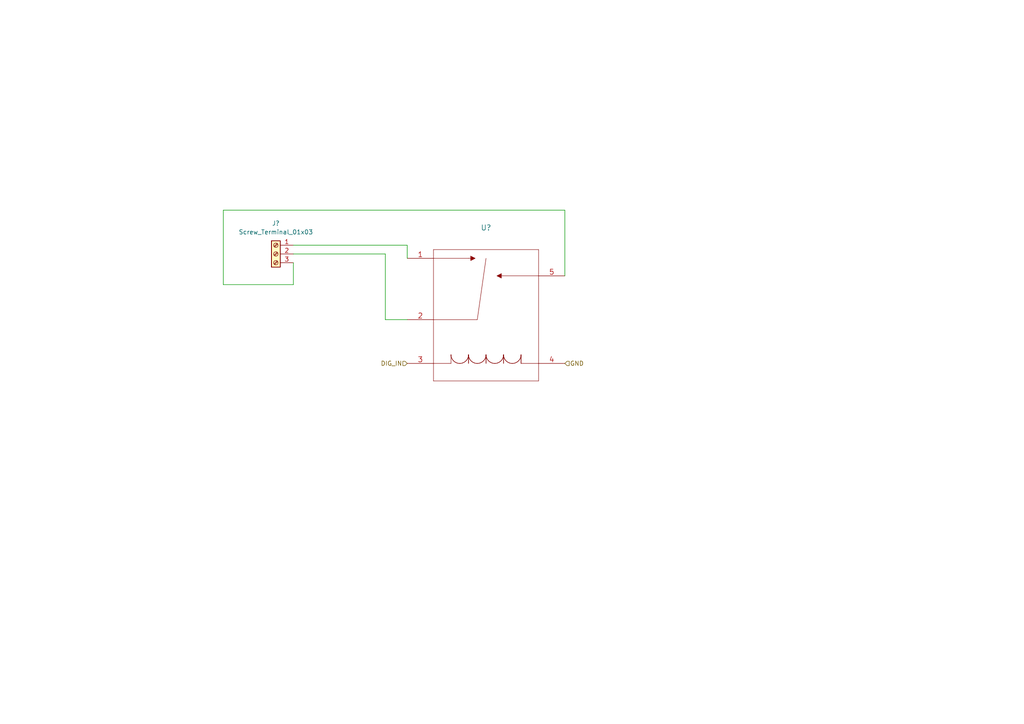
<source format=kicad_sch>
(kicad_sch (version 20211123) (generator eeschema)
  (paper "A4")
  (lib_symbols
    (symbol "ALQ105-BAJA:ALQ105" (pin_names (offset -0.254) hide)
      (property "Reference" "U" (at 22.86 12.7 0))
      (property "Value" "ALQ105" (at 22.86 10.16 0))
      (symbol "ALQ105_1_1"
        (polyline (pts (xy 7.62 -35.56) (xy 38.1 -35.56)) (stroke (width 0.127)))
        (polyline (pts (xy 7.62 0) (xy 17.78 0)) (stroke (width 0.127)))
        (polyline (pts (xy 7.62 2.54) (xy 7.62 -35.56)) (stroke (width 0.127)))
        (polyline (pts (xy 12.7 -30.48) (xy 7.62 -30.48)) (stroke (width 0.127)))
        (polyline (pts (xy 12.7 -27.94) (xy 12.7 -30.48)) (stroke (width 0.127)))
        (polyline (pts (xy 17.78 -27.94) (xy 17.78 -30.48)) (stroke (width 0.127)))
        (polyline (pts (xy 17.78 -27.94) (xy 17.78 -30.48)) (stroke (width 0.127)))
        (polyline (pts (xy 17.78 0) (xy 19.05 0)) (stroke (width 0.127)))
        (polyline (pts (xy 20.32 -17.78) (xy 7.62 -17.78)) (stroke (width 0.127)))
        (polyline (pts (xy 20.32 -17.78) (xy 22.86 0)) (stroke (width 0.127)))
        (polyline (pts (xy 22.86 -27.94) (xy 22.86 -30.48)) (stroke (width 0.127)))
        (polyline (pts (xy 22.86 -27.94) (xy 22.86 -30.48)) (stroke (width 0.127)))
        (polyline (pts (xy 27.94 -27.94) (xy 27.94 -30.48)) (stroke (width 0.127)))
        (polyline (pts (xy 27.94 -27.94) (xy 27.94 -30.48)) (stroke (width 0.127)))
        (polyline (pts (xy 33.02 -27.94) (xy 33.02 -30.48)) (stroke (width 0.127)))
        (polyline (pts (xy 33.02 -27.94) (xy 33.02 -30.48)) (stroke (width 0.127)))
        (polyline (pts (xy 38.1 -35.56) (xy 38.1 2.54)) (stroke (width 0.127)))
        (polyline (pts (xy 38.1 -30.48) (xy 33.02 -30.48)) (stroke (width 0.127)))
        (polyline (pts (xy 38.1 -5.08) (xy 26.67 -5.08)) (stroke (width 0.127)))
        (polyline (pts (xy 38.1 2.54) (xy 7.62 2.54)) (stroke (width 0.127)))
        (polyline (pts (xy 18.415 0.635) (xy 18.415 -0.635) (xy 19.685 0) (xy 18.415 0.635)) (fill (type outline)))
        (polyline (pts (xy 27.305 -4.445) (xy 27.305 -5.715) (xy 26.035 -5.08) (xy 27.305 -4.445)) (fill (type outline)))
        (arc (start 12.7 -27.94) (mid 15.24 -30.48) (end 17.78 -27.94) (stroke (width 0.127)))
        (arc (start 12.7 -27.94) (mid 15.24 -30.48) (end 17.78 -27.94) (stroke (width 0.127)))
        (arc (start 17.78 -27.94) (mid 20.32 -30.48) (end 22.86 -27.94) (stroke (width 0.127)))
        (arc (start 17.78 -27.94) (mid 20.32 -30.48) (end 22.86 -27.94) (stroke (width 0.127)))
        (arc (start 22.86 -27.94) (mid 25.4 -30.48) (end 27.94 -27.94) (stroke (width 0.127)))
        (arc (start 22.86 -27.94) (mid 25.4 -30.48) (end 27.94 -27.94) (stroke (width 0.127)))
        (arc (start 27.94 -27.94) (mid 30.48 -30.48) (end 33.02 -27.94) (stroke (width 0.127)))
        (arc (start 27.94 -27.94) (mid 30.48 -30.48) (end 33.02 -27.94) (stroke (width 0.127)))
        (pin unspecified line (at 0 0 0) (length 7.62) (name "1") (number "1"))
        (pin unspecified line (at 0 -17.78 0) (length 7.62) (name "2") (number "2"))
        (pin unspecified line (at 0 -30.48 0) (length 7.62) (name "3") (number "3"))
        (pin unspecified line (at 45.72 -30.48 180) (length 7.62) (name "4") (number "4"))
        (pin unspecified line (at 45.72 -5.08 180) (length 7.62) (name "5") (number "5"))
      )
    )
    (symbol "Connector:Screw_Terminal_01x03" (pin_names (offset 1.016) hide)
      (property "Reference" "J" (at 0 5.08 0))
      (property "Value" "Screw_Terminal_01x03" (at 0 -5.08 0))
      (symbol "Screw_Terminal_01x03_1_1"
        (rectangle (start -1.27 3.81) (end 1.27 -3.81) (stroke (width 0.254)) (fill (type background)))
        (circle (center 0 -2.54) (radius 0.635) (stroke (width 0.1524)))
        (polyline (pts (xy -0.5334 -2.2098) (xy 0.3302 -3.048)) (stroke (width 0.1524)))
        (polyline (pts (xy -0.5334 0.3302) (xy 0.3302 -0.508)) (stroke (width 0.1524)))
        (polyline (pts (xy -0.5334 2.8702) (xy 0.3302 2.032)) (stroke (width 0.1524)))
        (polyline (pts (xy -0.3556 -2.032) (xy 0.508 -2.8702)) (stroke (width 0.1524)))
        (polyline (pts (xy -0.3556 0.508) (xy 0.508 -0.3302)) (stroke (width 0.1524)))
        (polyline (pts (xy -0.3556 3.048) (xy 0.508 2.2098)) (stroke (width 0.1524)))
        (circle (center 0 0) (radius 0.635) (stroke (width 0.1524)))
        (circle (center 0 2.54) (radius 0.635) (stroke (width 0.1524)))
        (pin passive line (at -5.08 2.54 0) (length 3.81) (name "Pin_1") (number "1"))
        (pin passive line (at -5.08 0 0) (length 3.81) (name "Pin_2") (number "2"))
        (pin passive line (at -5.08 -2.54 0) (length 3.81) (name "Pin_3") (number "3"))
      )
    )
  )
  (wire (pts (xy 85.09 71.12) (xy 118.11 71.12)))
  (wire (pts (xy 85.09 82.55) (xy 64.77 82.55)))
  (wire (pts (xy 118.11 71.12) (xy 118.11 74.93)))
  (wire (pts (xy 64.77 60.96) (xy 163.83 60.96)))
  (wire (pts (xy 85.09 73.66) (xy 111.76 73.66)))
  (wire (pts (xy 85.09 76.2) (xy 85.09 82.55)))
  (wire (pts (xy 111.76 73.66) (xy 111.76 92.71)))
  (wire (pts (xy 64.77 82.55) (xy 64.77 60.96)))
  (wire (pts (xy 111.76 92.71) (xy 118.11 92.71)))
  (wire (pts (xy 163.83 60.96) (xy 163.83 80.01)))
  (hierarchical_label "DIG_IN" (shape input) (at 118.11 105.41 180))
  (hierarchical_label "GND" (shape input) (at 163.83 105.41 0))
  (symbol (lib_id "Connector:Screw_Terminal_01x03") (at 80.01 73.66 0) (mirror y) (unit 1)
    (property "Reference" "J?" (at 80.01 64.77 0))
    (property "Value" "Screw_Terminal_01x03" (at 80.01 67.31 0))
  )
  (symbol (lib_id "ALQ105-BAJA:ALQ105") (at 118.11 74.93 0) (unit 1)
    (property "Reference" "U?" (at 140.97 66.04 0) (effects (font (size 1.524 1.524))))
  )
)
</source>
